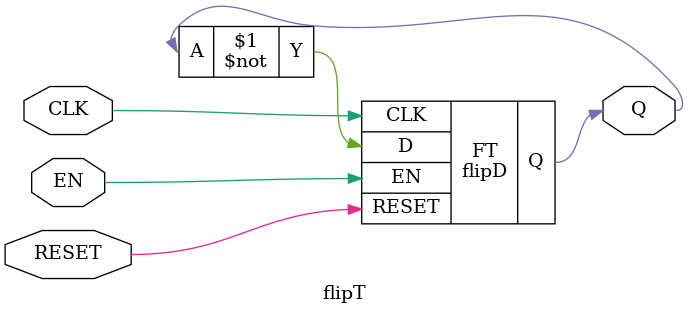
<source format=v>
module flipD(input wire CLK, RESET, EN, D, output reg Q);
  always @ (posedge CLK or posedge RESET)begin
    if(RESET)
      Q <= 1'b0;
    else if (EN)
      Q <= D;
  end
endmodule

module flipT(input wire CLK, RESET, EN, output wire Q);
flipD FT(CLK, RESET, EN, ~Q, Q);
endmodule

</source>
